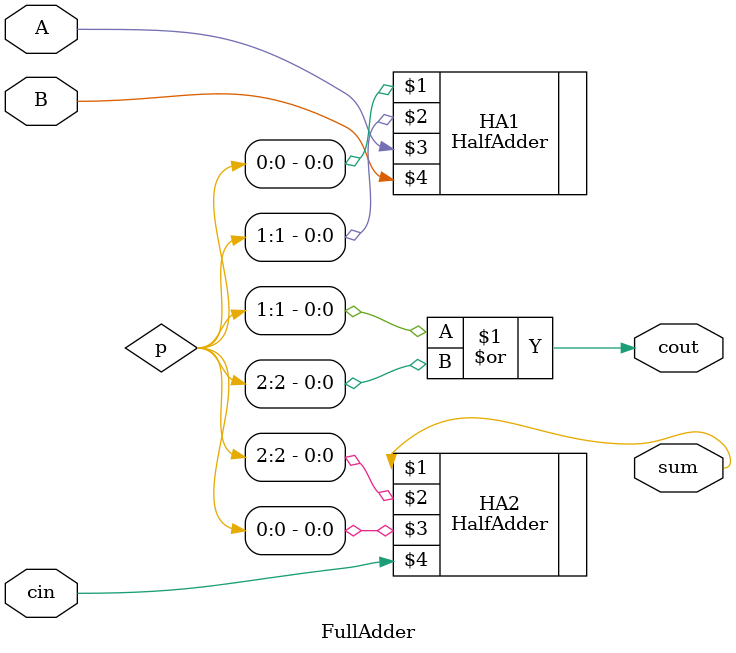
<source format=v>
`timescale 1ns/1ns

`include "HalfAdder.v" //including HalfAdder module.

module FullAdder(output sum, cout, input A, B, cin);
    wire [2:0] p;

    //implementation of FullAdder using HalfAdder.

    HalfAdder HA1(p[0], p[1], A, B);
    HalfAdder HA2(sum, p[2], p[0], cin);
    or  (cout, p[1], p[2]);

endmodule
</source>
